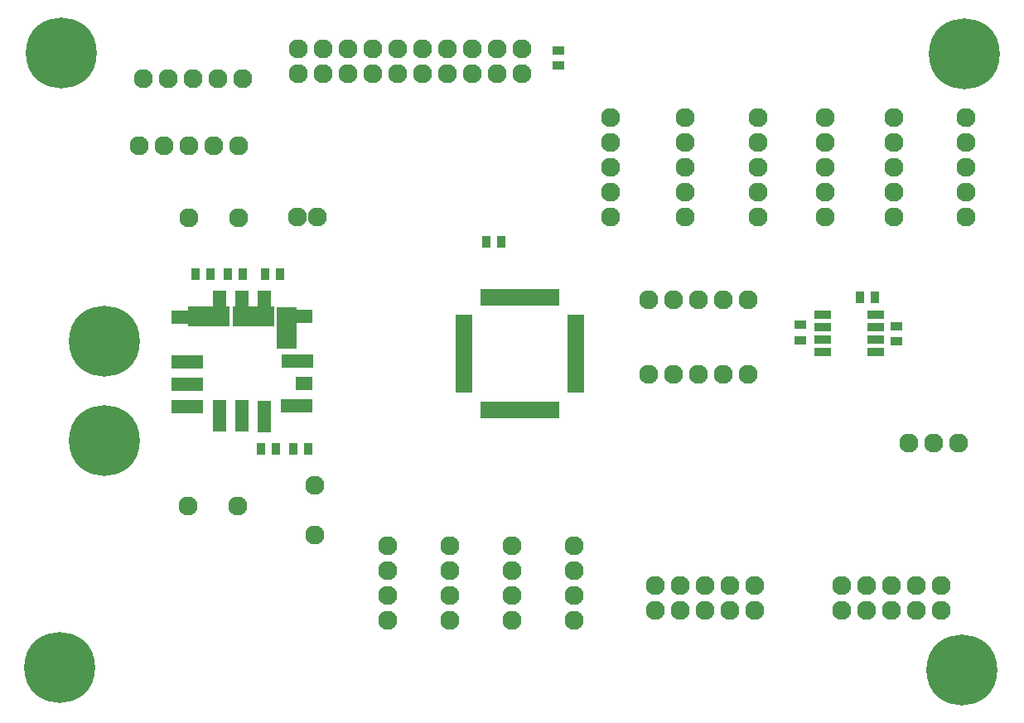
<source format=gts>
G04 EasyPC Gerber Version 21.0.3 Build 4286 *
%FSLAX35Y35*%
%MOIN*%
%ADD118R,0.02181X0.06807*%
%ADD26R,0.03559X0.04937*%
%ADD121R,0.05724X0.12811*%
%ADD123R,0.07969X0.17024*%
%ADD74C,0.07693*%
%ADD117R,0.06807X0.02181*%
%ADD28R,0.04937X0.03559*%
%ADD124R,0.06906X0.03559*%
%ADD120R,0.06906X0.05724*%
%ADD119R,0.12811X0.05724*%
%ADD116C,0.28559*%
%ADD122R,0.17024X0.07969*%
X0Y0D02*
D02*
D26*
X266699Y202750D03*
X272801D03*
X279699D03*
X285801D03*
X293199Y132250D03*
X294699Y202750D03*
X299301Y132250D03*
X300801Y202750D03*
X306199Y132250D03*
X312301D03*
X383699Y215750D03*
X389801D03*
X534199Y193250D03*
X540301D03*
D02*
D28*
X412750Y286699D03*
Y292801D03*
X510250Y176199D03*
Y182301D03*
X548750Y175699D03*
Y181801D03*
D02*
D74*
X244250Y254250D03*
X245750Y281250D03*
X254250Y254250D03*
X255750Y281250D03*
X263750Y109250D03*
X264250Y225250D03*
Y254250D03*
X265750Y281250D03*
X274250Y254250D03*
X275750Y281250D03*
X283750Y109250D03*
X284250Y225250D03*
Y254250D03*
X285750Y281250D03*
X307813Y225750D03*
X308250Y283250D03*
Y293250D03*
X314750Y97750D03*
Y117750D03*
X315687Y225750D03*
X318250Y283250D03*
Y293250D03*
X328250Y283250D03*
Y293250D03*
X338250Y283250D03*
Y293250D03*
X344250Y63250D03*
Y73250D03*
Y83250D03*
Y93250D03*
X348250Y283250D03*
Y293250D03*
X358250Y283250D03*
Y293250D03*
X368250Y283250D03*
Y293250D03*
X369250Y63250D03*
Y73250D03*
Y83250D03*
Y93250D03*
X378250Y283250D03*
Y293250D03*
X388250Y283250D03*
Y293250D03*
X394250Y63250D03*
Y73250D03*
Y83250D03*
Y93250D03*
X398250Y283250D03*
Y293250D03*
X419250Y63250D03*
Y73250D03*
Y83250D03*
Y93250D03*
X433750Y225750D03*
Y235750D03*
Y245750D03*
Y255750D03*
Y265750D03*
X449250Y162250D03*
Y192250D03*
X451750Y67250D03*
Y77250D03*
X459250Y162250D03*
Y192250D03*
X461750Y67250D03*
Y77250D03*
X463750Y225750D03*
Y235750D03*
Y245750D03*
Y255750D03*
Y265750D03*
X469250Y162250D03*
Y192250D03*
X471750Y67250D03*
Y77250D03*
X479250Y162250D03*
Y192250D03*
X481750Y67250D03*
Y77250D03*
X489250Y162250D03*
Y192250D03*
X491750Y67250D03*
Y77250D03*
X493250Y225750D03*
Y235750D03*
Y245750D03*
Y255750D03*
Y265750D03*
X520250Y225750D03*
Y235750D03*
Y245750D03*
Y255750D03*
Y265750D03*
X526750Y67250D03*
Y77250D03*
X536750Y67250D03*
Y77250D03*
X546750Y67250D03*
Y77250D03*
X547750Y225750D03*
Y235750D03*
Y245750D03*
Y255750D03*
Y265750D03*
X553750Y134750D03*
X556750Y67250D03*
Y77250D03*
X563750Y134750D03*
X566750Y67250D03*
Y77250D03*
X573750Y134750D03*
X576750Y225750D03*
Y235750D03*
Y245750D03*
Y255750D03*
Y265750D03*
D02*
D116*
X212250Y44250D03*
X212750Y291750D03*
X230250Y135750D03*
Y175750D03*
X575250Y43250D03*
X576250Y291250D03*
D02*
D117*
X374659Y155986D03*
Y157955D03*
Y159923D03*
Y161892D03*
Y163860D03*
Y165829D03*
Y167797D03*
Y169766D03*
Y171734D03*
Y173703D03*
Y175671D03*
Y177640D03*
Y179608D03*
Y181577D03*
Y183545D03*
Y185514D03*
X419841Y155986D03*
Y157955D03*
Y159923D03*
Y161892D03*
Y163860D03*
Y165829D03*
Y167797D03*
Y169766D03*
Y171734D03*
Y173703D03*
Y175671D03*
Y177640D03*
Y179608D03*
Y181577D03*
Y183545D03*
Y185514D03*
D02*
D118*
X382486Y148159D03*
Y193341D03*
X384455Y148159D03*
Y193341D03*
X386423Y148159D03*
Y193341D03*
X388392Y148159D03*
Y193341D03*
X390360Y148159D03*
Y193341D03*
X392329Y148159D03*
Y193341D03*
X394297Y148159D03*
Y193341D03*
X396266Y148159D03*
Y193341D03*
X398234Y148159D03*
Y193341D03*
X400203Y148159D03*
Y193341D03*
X402171Y148159D03*
Y193341D03*
X404140Y148159D03*
Y193341D03*
X406108Y148159D03*
Y193341D03*
X408077Y148159D03*
Y193341D03*
X410045Y148159D03*
Y193341D03*
X412014Y148159D03*
Y193341D03*
D02*
D119*
X263589Y149522D03*
Y185348D03*
X263628Y158419D03*
Y167396D03*
X307604Y149758D03*
X307644Y185703D03*
X307683Y167789D03*
D02*
D120*
X310587Y158774D03*
D02*
D121*
X276581Y189600D03*
X276620Y145545D03*
X285518Y189561D03*
X285636Y145545D03*
X294455Y145506D03*
X294494Y189640D03*
D02*
D122*
X272093Y185585D03*
X290085Y185594D03*
D02*
D123*
X303579Y181067D03*
D02*
D124*
X519120Y171250D03*
Y176250D03*
Y181250D03*
Y186250D03*
X540380Y171250D03*
Y176250D03*
Y181250D03*
Y186250D03*
X0Y0D02*
M02*

</source>
